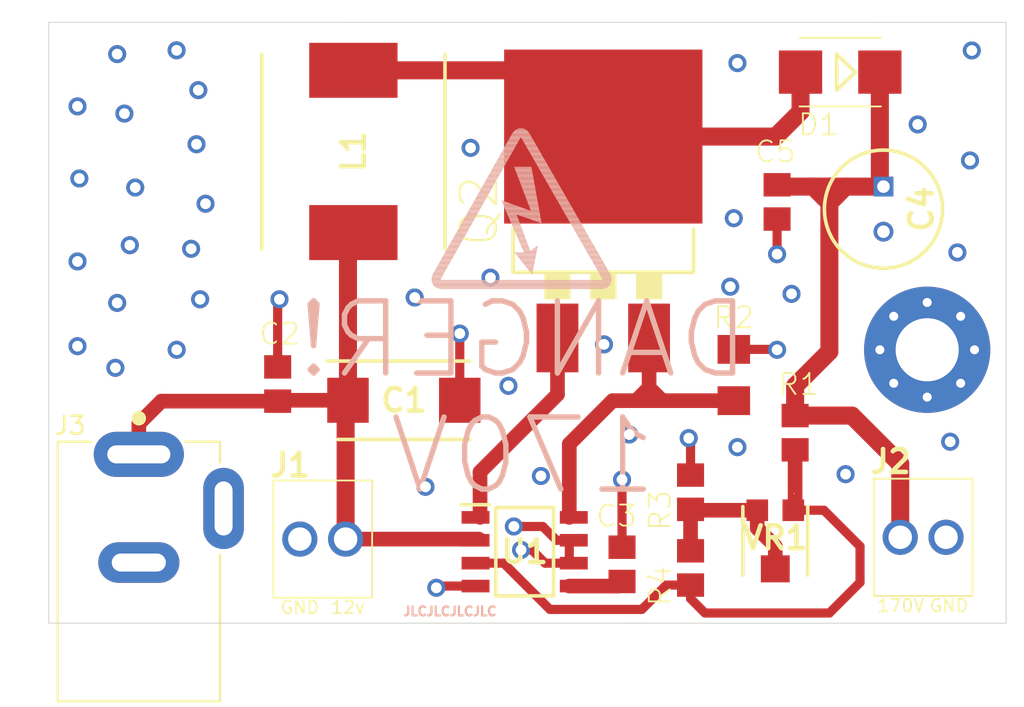
<source format=kicad_pcb>
(kicad_pcb (version 20221018) (generator pcbnew)
  (layers (0 "F.Cu" signal) (1 "In1.Cu" power) (2 "In2.Cu" power) (31 "B.Cu" signal) (34 "B.Paste" user) (35 "F.Paste" user) (36 "B.SilkS" user "B.Silkscreen") (37 "F.SilkS" user "F.Silkscreen") (38 "B.Mask" user) (39 "F.Mask" user) (44 "Edge.Cuts" user))
  (net 0 "")
  (net 1 "GND")
  (net 2 "Net-(U1-REF)")
  (net 3 "/EXT")
  (net 4 "/CS")
  (net 5 "/FB")
  (net 6 "Net-(C1-+)")
  (net 7 "Net-(C4-+)")
  (net 8 "Net-(VR1-CW)")
  (net 9 "Net-(Q2-D)")
  (footprint "EL35901:R1206" (layer "F.Cu") (at 154.5 107.9 -90)
    (fp_text reference "R2" (at -2.5 -1.2 -180) (layer "F.SilkS") (effects (font (size 1.1684 1.1684) (thickness 0.1016)) (justify right bottom)))
    (fp_text value "0R050" hide)
    (pad "1" smd rect (at -1.422 0 270) (size 1.6 1.803) (layers "F.Cu" "F.Paste" "F.Mask") (net 1 "GND"))
    (pad "2" smd rect (at 1.422 0 270) (size 1.6 1.803) (layers "F.Cu" "F.Paste" "F.Mask") (net 4 "/CS"))
  )
  (footprint "EL35901:C0805" (layer "F.Cu") (at 156.9 98.3 -90)
    (fp_text reference "C5" (at -2.1 -1.1 -180) (layer "F.SilkS") (effects (font (size 1.1684 1.1684) (thickness 0.1016)) (justify right bottom)))
    (fp_text value ".1uF, 250V" hide)
    (pad "1" smd rect (at -0.95 0 270) (size 1.3 1.5) (layers "F.Cu" "F.Paste" "F.Mask") (net 7 "Net-(C4-+)"))
    (pad "2" smd rect (at 0.95 0 270) (size 1.3 1.5) (layers "F.Cu" "F.Paste" "F.Mask") (net 1 "GND"))
  )
  (footprint "footprints:OSTVN02A150" (layer "F.Cu") (at 130.43 117)
    (fp_text reference "J1" (at -0.53 -4.1) (layer "F.SilkS") (effects (font (size 1.27 1.27) (thickness 0.254))))
    (fp_text value "OSTVN02A150" hide)
    (pad "1" thru_hole circle (at 0 0) (size 1.95 1.95) (drill 1.3) (layers "*.Cu" "*.Mask") (net 1 "GND"))
    (pad "2" thru_hole circle (at 2.54 0) (size 1.95 1.95) (drill 1.3) (layers "*.Cu" "*.Mask") (net 6 "Net-(C1-+)"))
  )
  (footprint "EL35901:TO-263_D2PAK" (layer "F.Cu") (at 147.26 98.8)
    (fp_text reference "Q2" (at -5.715 0 90) (layer "F.SilkS") (effects (font (size 2 2) (thickness 0.12192)) (justify bottom)))
    (fp_text value "~")
    (pad "1" smd rect (at -2.54 7.045) (size 2.32 3.81) (layers "F.Cu" "F.Paste" "F.Mask") (net 3 "/EXT"))
    (pad "2" smd rect (at 0 -4.125) (size 11 9.65) (layers "F.Cu" "F.Paste" "F.Mask") (net 9 "Net-(Q2-D)"))
    (pad "3" smd rect (at 2.54 7.045) (size 2.32 3.81) (layers "F.Cu" "F.Paste" "F.Mask") (net 4 "/CS"))
  )
  (footprint "MountingHole:MountingHole_3.5mm_Pad_Via" (layer "F.Cu") (at 165.225 106.5)
    (fp_text reference "H1" hide)
    (fp_text value "MountingHole" hide)
    (pad "1" thru_hole circle (at -2.625 0) (size 0.8 0.8) (drill 0.5) (layers "*.Cu" "*.Mask"))
    (pad "1" thru_hole circle (at -1.856155 -1.856155) (size 0.8 0.8) (drill 0.5) (layers "*.Cu" "*.Mask"))
    (pad "1" thru_hole circle (at -1.856155 1.856155) (size 0.8 0.8) (drill 0.5) (layers "*.Cu" "*.Mask"))
    (pad "1" thru_hole circle (at 0 -2.625) (size 0.8 0.8) (drill 0.5) (layers "*.Cu" "*.Mask"))
    (pad "1" thru_hole circle (at 0 0) (size 7 7) (drill 3.5) (layers "*.Cu" "*.Mask"))
    (pad "1" thru_hole circle (at 0 2.625) (size 0.8 0.8) (drill 0.5) (layers "*.Cu" "*.Mask"))
    (pad "1" thru_hole circle (at 1.856155 -1.856155) (size 0.8 0.8) (drill 0.5) (layers "*.Cu" "*.Mask"))
    (pad "1" thru_hole circle (at 1.856155 1.856155) (size 0.8 0.8) (drill 0.5) (layers "*.Cu" "*.Mask"))
    (pad "1" thru_hole circle (at 2.625 0) (size 0.8 0.8) (drill 0.5) (layers "*.Cu" "*.Mask"))
  )
  (footprint "EL35901:C0805" (layer "F.Cu") (at 148.3 118.4 90)
    (fp_text reference "C3" (at 2 0.9 180) (layer "F.SilkS") (effects (font (size 1.1684 1.1684) (thickness 0.1016)) (justify right bottom)))
    (fp_text value "100nF" hide)
    (pad "1" smd rect (at -0.95 0 90) (size 1.3 1.5) (layers "F.Cu" "F.Paste" "F.Mask") (net 2 "Net-(U1-REF)"))
    (pad "2" smd rect (at 0.95 0 90) (size 1.3 1.5) (layers "F.Cu" "F.Paste" "F.Mask") (net 1 "GND"))
  )
  (footprint "footprints:INDPM108102X400N" (layer "F.Cu") (at 133.4 95.5 90)
    (fp_text reference "L1" (at 0 0 90) (layer "F.SilkS") (effects (font (size 1.27 1.27) (thickness 0.254))))
    (fp_text value "100uH" hide)
    (pad "1" smd rect (at -4.5 0 90) (size 3.05 4.9) (layers "F.Cu" "F.Paste" "F.Mask") (net 6 "Net-(C1-+)"))
    (pad "2" smd rect (at 4.5 0 90) (size 3.05 4.9) (layers "F.Cu" "F.Paste" "F.Mask") (net 9 "Net-(Q2-D)"))
  )
  (footprint "EL35901:C0805" (layer "F.Cu") (at 129.2 108.4 90)
    (fp_text reference "C2" (at 2.1 -1.1 180) (layer "F.SilkS") (effects (font (size 1.1684 1.1684) (thickness 0.1016)) (justify left bottom)))
    (fp_text value "100nF" hide)
    (pad "1" smd rect (at -0.95 0 90) (size 1.3 1.5) (layers "F.Cu" "F.Paste" "F.Mask") (net 6 "Net-(C1-+)"))
    (pad "2" smd rect (at 0.95 0 90) (size 1.3 1.5) (layers "F.Cu" "F.Paste" "F.Mask") (net 1 "GND"))
  )
  (footprint "footprints:SOIC127P600X175-8N" (layer "F.Cu") (at 142.9 117.7)
    (fp_text reference "U1" (at 0 0) (layer "F.SilkS") (effects (font (size 1.27 1.27) (thickness 0.254))))
    (fp_text value "MAX1771CSAT" hide)
    (pad "1" smd rect (at -2.725 -1.905 90) (size 0.7 1.55) (layers "F.Cu" "F.Paste" "F.Mask") (net 3 "/EXT"))
    (pad "2" smd rect (at -2.725 -0.635 90) (size 0.7 1.55) (layers "F.Cu" "F.Paste" "F.Mask") (net 6 "Net-(C1-+)"))
    (pad "3" smd rect (at -2.725 0.635 90) (size 0.7 1.55) (layers "F.Cu" "F.Paste" "F.Mask") (net 5 "/FB"))
    (pad "4" smd rect (at -2.725 1.905 90) (size 0.7 1.55) (layers "F.Cu" "F.Paste" "F.Mask") (net 1 "GND"))
    (pad "5" smd rect (at 2.725 1.905 90) (size 0.7 1.55) (layers "F.Cu" "F.Paste" "F.Mask") (net 2 "Net-(U1-REF)"))
    (pad "6" smd rect (at 2.725 0.635 90) (size 0.7 1.55) (layers "F.Cu" "F.Paste" "F.Mask") (net 1 "GND"))
    (pad "7" smd rect (at 2.725 -0.635 90) (size 0.7 1.55) (layers "F.Cu" "F.Paste" "F.Mask") (net 1 "GND"))
    (pad "8" smd rect (at 2.725 -1.905 90) (size 0.7 1.55) (layers "F.Cu" "F.Paste" "F.Mask") (net 4 "/CS"))
  )
  (footprint "footprints:CAPPM7344X310N" (layer "F.Cu") (at 136.2 109.3)
    (fp_text reference "C1" (at 0 0) (layer "F.SilkS") (effects (font (size 1.27 1.27) (thickness 0.254))))
    (fp_text value "100uF, 20V" hide)
    (pad "1" smd rect (at -3.1 0) (size 2.3 2.5) (layers "F.Cu" "F.Paste" "F.Mask") (net 6 "Net-(C1-+)"))
    (pad "2" smd rect (at 3.1 0) (size 2.3 2.5) (layers "F.Cu" "F.Paste" "F.Mask") (net 1 "GND"))
  )
  (footprint "footprints:CAPPRD250W50D655H1250" (layer "F.Cu") (at 162.8 97.45 -90)
    (fp_text reference "C4" (at 1.25 -2.1 -90) (layer "F.SilkS") (effects (font (size 1.27 1.27) (thickness 0.254))))
    (fp_text value "4.7uF, 250V" hide)
    (pad "1" thru_hole rect (at 0 0 270) (size 1.1 1.1) (drill 0.7) (layers "*.Cu" "*.Mask") (net 7 "Net-(C4-+)"))
    (pad "2" thru_hole circle (at 2.5 0 270) (size 1.1 1.1) (drill 0.7) (layers "*.Cu" "*.Mask") (net 1 "GND"))
  )
  (footprint "footprints:OSTVN02A150" (layer "F.Cu") (at 163.73 116.9)
    (fp_text reference "J2" (at -0.53 -4.2) (layer "F.SilkS") (effects (font (size 1.27 1.27) (thickness 0.254))))
    (fp_text value "OSTVN02A150" hide)
    (pad "1" thru_hole circle (at 0 0) (size 1.95 1.95) (drill 1.3) (layers "*.Cu" "*.Mask") (net 7 "Net-(C4-+)"))
    (pad "2" thru_hole circle (at 2.54 0) (size 1.95 1.95) (drill 1.3) (layers "*.Cu" "*.Mask") (net 1 "GND"))
  )
  (footprint "EL35901:R0805" (layer "F.Cu") (at 157.9 111.1 90)
    (fp_text reference "R1" (at 2 -1 180) (layer "F.SilkS") (effects (font (size 1.1684 1.1684) (thickness 0.1016)) (justify left bottom)))
    (fp_text value "1M5" hide)
    (pad "1" smd rect (at -0.95 0 90) (size 1.3 1.5) (layers "F.Cu" "F.Paste" "F.Mask") (net 5 "/FB"))
    (pad "2" smd rect (at 0.95 0 90) (size 1.3 1.5) (layers "F.Cu" "F.Paste" "F.Mask") (net 7 "Net-(C4-+)"))
  )
  (footprint "EL35901:SMB" (layer "F.Cu") (at 160.4 91.1 180)
    (fp_text reference "D1" (at 0 -3.6) (layer "F.SilkS") (effects (font (size 1.1684 1.1684) (thickness 0.1016)) (justify right bottom)))
    (fp_text value "ES2D" hide)
    (pad "A" smd rect (at 2.2 0 180) (size 2.4 2.4) (layers "F.Cu" "F.Paste" "F.Mask") (net 9 "Net-(Q2-D)"))
    (pad "C" smd rect (at -2.2 0 180) (size 2.4 2.4) (layers "F.Cu" "F.Paste" "F.Mask") (net 7 "Net-(C4-+)"))
  )
  (footprint "EL35901:R0805" (layer "F.Cu") (at 152.1 118.6 -90)
    (fp_text reference "R4" (at 2.2 1 90) (layer "F.SilkS") (effects (font (size 1.1684 1.1684) (thickness 0.1016)) (justify left bottom)))
    (fp_text value "1M5" hide)
    (pad "1" smd rect (at -0.95 0 270) (size 1.3 1.5) (layers "F.Cu" "F.Paste" "F.Mask") (net 8 "Net-(VR1-CW)"))
    (pad "2" smd rect (at 0.95 0 270) (size 1.3 1.5) (layers "F.Cu" "F.Paste" "F.Mask") (net 5 "/FB"))
  )
  (footprint "EL35901:R0805" (layer "F.Cu") (at 152.1 114.4 -90)
    (fp_text reference "R3" (at -0.2 1 -90) (layer "F.SilkS") (effects (font (size 1.1684 1.1684) (thickness 0.1016)) (justify right bottom)))
    (fp_text value "10k" hide)
    (pad "1" smd rect (at -0.95 0 270) (size 1.3 1.5) (layers "F.Cu" "F.Paste" "F.Mask") (net 1 "GND"))
    (pad "2" smd rect (at 0.95 0 270) (size 1.3 1.5) (layers "F.Cu" "F.Paste" "F.Mask") (net 8 "Net-(VR1-CW)"))
  )
  (footprint "footprints:CUI_PJ-202A" (layer "F.Cu") (at 121.5 118.8 -90)
    (fp_text reference "J3" (at -8.1 3.8 -180) (layer "F.SilkS") (effects (font (size 1.000213 1.000213))))
    (fp_text value "PJ-202A")
    (pad "1" thru_hole oval (at -6.5 0 270) (size 2.5 5) (drill oval 1 3.5) (layers "*.Cu" "*.Mask") (net 6 "Net-(C1-+)"))
    (pad "2" thru_hole oval (at -0.5 0 270) (size 2.25 4.5) (drill oval 1 3) (layers "*.Cu" "*.Mask") (net 1 "GND"))
    (pad "3" thru_hole oval (at -3.5 -4.7 270) (size 4.5 2.25) (drill oval 3 1) (layers "*.Cu" "*.Mask") (net 1 "GND"))
  )
  (footprint "footprints:TC33X2503E" (layer "F.Cu") (at 156.8 117.1 180)
    (fp_text reference "VR1" (at 0 0.168 180) (layer "F.SilkS") (effects (font (size 1.27 1.27) (thickness 0.254))))
    (fp_text value "TC33X-2-502E" hide)
    (pad "1" smd rect (at -1 1.7 270) (size 1.2 1.2) (layers "F.Cu" "F.Paste" "F.Mask") (net 5 "/FB"))
    (pad "2" smd rect (at 0 -1.55 270) (size 1.5 1.6) (layers "F.Cu" "F.Paste" "F.Mask") (net 8 "Net-(VR1-CW)"))
    (pad "3" smd rect (at 1 1.7 270) (size 1.2 1.2) (layers "F.Cu" "F.Paste" "F.Mask") (net 8 "Net-(VR1-CW)"))
  )
  (footprint "footprints:HVSMALL" (layer "B.Cu") (at 147.81055 103.73115 180)
    (fp_text reference "REF**" hide)
    (fp_text value "")
  )
  (gr_line (start 169.60485 88.3411) (end 116.5 88.3375) (stroke (width 0.05)) (layer "Edge.Cuts"))
  (gr_line (start 116.5 88.3375) (end 116.5 121.6625) (stroke (width 0.05)) (layer "Edge.Cuts"))
  (gr_line (start 169.60485 121.6661) (end 169.60485 88.3411) (stroke (width 0.05)) (layer "Edge.Cuts"))
  (gr_line (start 116.5 121.6625) (end 169.60485 121.6661) (stroke (width 0.05)) (layer "Edge.Cuts"))
  (gr_text "DANGER!\n170V" (at 142.81055 114.73115) (layer "B.SilkS") (effects (font (size 4 4) (thickness 0.3)) (justify bottom mirror)))
  (gr_text "JLCJLCJLCJLC" (at 136.1 121.3) (layer "B.SilkS") (effects (font (size 0.5 0.5) (thickness 0.125) bold) (justify left bottom)))
  (gr_text "12v" (at 132.1 121.2) (layer "F.SilkS") (effects (font (size 0.7 0.7) (thickness 0.1)) (justify left bottom)))
  (gr_text "GND\n" (at 129.3 121.2) (layer "F.SilkS") (effects (font (size 0.7 0.7) (thickness 0.1)) (justify left bottom)))
  (gr_text "170V" (at 162.4 121.1) (layer "F.SilkS") (effects (font (size 0.7 0.7) (thickness 0.1)) (justify left bottom)))
  (gr_text "GND\n" (at 165.3 121.1) (layer "F.SilkS") (effects (font (size 0.7 0.7) (thickness 0.1)) (justify left bottom)))
  (segment (start 138.095 119.605) (end 138 119.7) (width 0.508) (layer "F.Cu") (net 1))
  (segment (start 140.425 119.605) (end 138.095 119.605) (width 0.508) (layer "F.Cu") (net 1))
  (segment (start 142.3 116.3) (end 143.9 116.3) (width 0.508) (layer "F.Cu") (net 1))
  (segment (start 152.1 111.5) (end 152 111.4) (width 0.508) (layer "F.Cu") (net 1))
  (segment (start 142.7 117.6) (end 143.3 117.6) (width 0.508) (layer "F.Cu") (net 1))
  (segment (start 139.3 109.3) (end 139.3 105.6) (width 0.508) (layer "F.Cu") (net 1))
  (segment (start 144.665 117.065) (end 145.375 117.065) (width 0.508) (layer "F.Cu") (net 1))
  (segment (start 129.2 107.45) (end 129.2 103.8) (width 0.508) (layer "F.Cu") (net 1))
  (segment (start 156.878 106.478) (end 154.5 106.478) (width 0.508) (layer "F.Cu") (net 1))
  (segment (start 143.3 117.6) (end 144.035 118.335) (width 0.508) (layer "F.Cu") (net 1))
  (segment (start 143.9 116.3) (end 144.665 117.065) (width 0.508) (layer "F.Cu") (net 1))
  (segment (start 152.1 113.45) (end 152.1 111.5) (width 0.508) (layer "F.Cu") (net 1))
  (segment (start 145.375 118.335) (end 145.375 117.065) (width 0.508) (layer "F.Cu") (net 1))
  (segment (start 156.9 106.5) (end 156.878 106.478) (width 0.508) (layer "F.Cu") (net 1))
  (segment (start 144.035 118.335) (end 145.375 118.335) (width 0.508) (layer "F.Cu") (net 1))
  (segment (start 156.9 99.25) (end 156.9 101.2) (width 0.508) (layer "F.Cu") (net 1))
  (segment (start 148.3 113.7) (end 148.3 117.45) (width 0.508) (layer "F.Cu") (net 1))
  (segment (start 129.2 103.8) (end 129.3 103.7) (width 0.508) (layer "F.Cu") (net 1))
  (via (at 118.1 106.3) (size 1) (drill 0.6) (layers "F.Cu" "B.Cu") (net 1))
  (via (at 142.7 117.6) (size 1) (drill 0.6) (layers "F.Cu" "B.Cu") (net 1))
  (via (at 121.3 97.5) (size 1) (drill 0.6) (layers "F.Cu" "B.Cu") (net 1))
  (via (at 124.4 100.9) (size 1) (drill 0.6) (layers "F.Cu" "B.Cu") (net 1))
  (via (at 160.7 113.4) (size 1) (drill 0.6) (layers "F.Cu" "B.Cu") (net 1))
  (via (at 152 111.4) (size 1) (drill 0.6) (layers "F.Cu" "B.Cu") (net 1))
  (via (at 137.4 114.1) (size 1) (drill 0.6) (layers "F.Cu" "B.Cu") (net 1))
  (via (at 123.596113 89.890947) (size 1) (drill 0.6) (layers "F.Cu" "B.Cu") (net 1))
  (via (at 118.2 97) (size 1) (drill 0.6) (layers "F.Cu" "B.Cu") (net 1))
  (via (at 167.6 96) (size 1) (drill 0.6) (layers "F.Cu" "B.Cu") (net 1))
  (via (at 125.2 98.4) (size 1) (drill 0.6) (layers "F.Cu" "B.Cu") (net 1))
  (via (at 166.5 111.6) (size 1) (drill 0.6) (layers "F.Cu" "B.Cu") (net 1))
  (via (at 124.9 103.7) (size 1) (drill 0.6) (layers "F.Cu" "B.Cu") (net 1))
  (via (at 166.9 101.1) (size 1) (drill 0.6) (layers "F.Cu" "B.Cu") (net 1))
  (via (at 121 100.7) (size 1) (drill 0.6) (layers "F.Cu" "B.Cu") (net 1))
  (via (at 154.7 111.9) (size 1) (drill 0.6) (layers "F.Cu" "B.Cu") (net 1))
  (via (at 142 108.5) (size 1) (drill 0.6) (layers "F.Cu" "B.Cu") (net 1))
  (via (at 164.7 94) (size 1) (drill 0.6) (layers "F.Cu" "B.Cu") (net 1))
  (via (at 124.7 95.1) (size 1) (drill 0.6) (layers "F.Cu" "B.Cu") (net 1))
  (via (at 156.9 106.5) (size 1) (drill 0.6) (layers "F.Cu" "B.Cu") (net 1))
  (via (at 124.8 92.1) (size 1) (drill 0.6) (layers "F.Cu" "B.Cu") (net 1))
  (via (at 139.9 95.3) (size 1) (drill 0.6) (layers "F.Cu" "B.Cu") (net 1))
  (via (at 118.1 93) (size 1) (drill 0.6) (layers "F.Cu" "B.Cu") (net 1))
  (via (at 141 102.5) (size 1) (drill 0.6) (layers "F.Cu" "B.Cu") (net 1))
  (via (at 120.3 90.1) (size 1) (drill 0.6) (layers "F.Cu" "B.Cu") (net 1))
  (via (at 157.7 103.4) (size 1) (drill 0.6) (layers "F.Cu" "B.Cu") (net 1))
  (via (at 154.3 103) (size 1) (drill 0.6) (layers "F.Cu" "B.Cu") (net 1))
  (via (at 143.8 113.5) (size 1) (drill 0.6) (layers "F.Cu" "B.Cu") (net 1))
  (via (at 156.9 101.2) (size 1) (drill 0.6) (layers "F.Cu" "B.Cu") (net 1))
  (via (at 120.2 107.5) (size 1) (drill 0.6) (layers "F.Cu" "B.Cu") (net 1))
  (via (at 154.5 99.2) (size 1) (drill 0.6) (layers "F.Cu" "B.Cu") (net 1))
  (via (at 120.7 93.4) (size 1) (drill 0.6) (layers "F.Cu" "B.Cu") (net 1))
  (via (at 148.7 111.2) (size 1) (drill 0.6) (layers "F.Cu" "B.Cu") (net 1))
  (via (at 139.3 105.6) (size 1) (drill 0.6) (layers "F.Cu" "B.Cu") (net 1))
  (via (at 123.6 106.5) (size 1) (drill 0.6) (layers "F.Cu" "B.Cu") (net 1))
  (via (at 147.3 106.2) (size 1) (drill 0.6) (layers "F.Cu" "B.Cu") (net 1))
  (via (at 148.3 113.7) (size 1) (drill 0.6) (layers "F.Cu" "B.Cu") (net 1))
  (via (at 142.3 116.3) (size 1) (drill 0.6) (layers "F.Cu" "B.Cu") (net 1))
  (via (at 136.8 103.6) (size 1) (drill 0.6) (layers "F.Cu" "B.Cu") (net 1))
  (via (at 154.7 90.6) (size 1) (drill 0.6) (layers "F.Cu" "B.Cu") (net 1))
  (via (at 120.3 103.9) (size 1) (drill 0.6) (layers "F.Cu" "B.Cu") (net 1))
  (via (at 129.3 103.7) (size 1) (drill 0.6) (layers "F.Cu" "B.Cu") (net 1))
  (via (at 138 119.7) (size 1) (drill 0.6) (layers "F.Cu" "B.Cu") (net 1))
  (via (at 167.7 89.9) (size 1) (drill 0.6) (layers "F.Cu" "B.Cu") (net 1))
  (via (at 118.1 101.6) (size 1) (drill 0.6) (layers "F.Cu" "B.Cu") (net 1))
  (segment (start 145.375 119.605) (end 148.045 119.605) (width 0.8128) (layer "F.Cu") (net 2))
  (segment (start 148.045 119.605) (end 148.3 119.35) (width 0.8128) (layer "F.Cu") (net 2))
  (segment (start 144.72 108.98) (end 140.425 113.275) (width 0.8128) (layer "F.Cu") (net 3))
  (segment (start 140.425 113.275) (end 140.425 115.795) (width 0.8128) (layer "F.Cu") (net 3))
  (segment (start 144.72 105.845) (end 144.72 108.98) (width 0.8128) (layer "F.Cu") (net 3))
  (segment (start 147.778 109.322) (end 145.375 111.725) (width 0.8128) (layer "F.Cu") (net 4))
  (segment (start 149.8 108.6) (end 149.8 105.845) (width 0.8128) (layer "F.Cu") (net 4))
  (segment (start 150.7 109.322) (end 150.522 109.322) (width 0.8128) (layer "F.Cu") (net 4))
  (segment (start 149 109.322) (end 149.078 109.322) (width 0.8128) (layer "F.Cu") (net 4))
  (segment (start 145.375 111.725) (end 145.375 115.795) (width 0.8128) (layer "F.Cu") (net 4))
  (segment (start 149.078 109.322) (end 149.8 108.6) (width 0.8128) (layer "F.Cu") (net 4))
  (segment (start 149.8 109.322) (end 149 109.322) (width 0.8128) (layer "F.Cu") (net 4))
  (segment (start 149 109.322) (end 147.778 109.322) (width 0.8128) (layer "F.Cu") (net 4))
  (segment (start 150.7 109.322) (end 149.8 109.322) (width 0.8128) (layer "F.Cu") (net 4))
  (segment (start 149.8 109.322) (end 149.8 108.6) (width 0.8128) (layer "F.Cu") (net 4))
  (segment (start 154.5 109.322) (end 150.7 109.322) (width 0.8128) (layer "F.Cu") (net 4))
  (segment (start 150.522 109.322) (end 149.8 108.6) (width 0.8128) (layer "F.Cu") (net 4))
  (segment (start 157.9 112.05) (end 157.9 115.3) (width 0.8128) (layer "F.Cu") (net 5))
  (segment (start 152.1 120.3) (end 152.1 119.55) (width 0.508) (layer "F.Cu") (net 5))
  (segment (start 152.9 121.1) (end 152.1 120.3) (width 0.508) (layer "F.Cu") (net 5))
  (segment (start 144.3 120.9) (end 149.4 120.9) (width 0.508) (layer "F.Cu") (net 5))
  (segment (start 159.8 121.1) (end 152.9 121.1) (width 0.508) (layer "F.Cu") (net 5))
  (segment (start 159.5 115.4) (end 161.5 117.4) (width 0.508) (layer "F.Cu") (net 5))
  (segment (start 141.735 118.335) (end 144.3 120.9) (width 0.508) (layer "F.Cu") (net 5))
  (segment (start 161.5 119.4) (end 159.8 121.1) (width 0.508) (layer "F.Cu") (net 5))
  (segment (start 150.75 119.55) (end 152.1 119.55) (width 0.508) (layer "F.Cu") (net 5))
  (segment (start 149.4 120.9) (end 150.75 119.55) (width 0.508) (layer "F.Cu") (net 5))
  (segment (start 161.5 117.4) (end 161.5 119.4) (width 0.508) (layer "F.Cu") (net 5))
  (segment (start 157.8 115.4) (end 159.5 115.4) (width 0.508) (layer "F.Cu") (net 5))
  (segment (start 157.9 115.3) (end 157.8 115.4) (width 0.8128) (layer "F.Cu") (net 5))
  (segment (start 140.425 118.335) (end 141.735 118.335) (width 0.508) (layer "F.Cu") (net 5))
  (segment (start 133.1 109.3) (end 133.1 100.3) (width 1) (layer "F.Cu") (net 6))
  (segment (start 132.97 109.43) (end 133.1 109.3) (width 0.8128) (layer "F.Cu") (net 6))
  (segment (start 121.5 110.6) (end 122.75 109.35) (width 0.8128) (layer "F.Cu") (net 6))
  (segment (start 133.1 109.3) (end 129.25 109.3) (width 0.8128) (layer "F.Cu") (net 6))
  (segment (start 133.1 100.3) (end 133.4 100) (width 0.8128) (layer "F.Cu") (net 6))
  (segment (start 132.97 117) (end 140.36 117) (width 0.8128) (layer "F.Cu") (net 6))
  (segment (start 132.97 117) (end 132.97 109.43) (width 1) (layer "F.Cu") (net 6))
  (segment (start 122.75 109.35) (end 129.2 109.35) (width 0.8128) (layer "F.Cu") (net 6))
  (segment (start 129.25 109.3) (end 129.2 109.35) (width 0.8128) (layer "F.Cu") (net 6))
  (segment (start 121.5 112.3) (end 121.5 110.6) (width 0.8128) (layer "F.Cu") (net 6))
  (segment (start 158.9 97.45) (end 158.8 97.45) (width 1) (layer "F.Cu") (net 7))
  (segment (start 160.7 97.45) (end 159.8 97.45) (width 1) (layer "F.Cu") (net 7))
  (segment (start 161.05 110.15) (end 163.73 112.83) (width 1) (layer "F.Cu") (net 7))
  (segment (start 163.73 112.83) (end 163.73 116.9) (width 1) (layer "F.Cu") (net 7))
  (segment (start 157.9 110.15) (end 161.05 110.15) (width 1) (layer "F.Cu") (net 7))
  (segment (start 159.8 98.4) (end 159.8 106.6) (width 1) (layer "F.Cu") (net 7))
  (segment (start 162.8 97.45) (end 160.7 97.45) (width 1) (layer "F.Cu") (net 7))
  (segment (start 159.8 97.45) (end 158.8 97.45) (width 1) (layer "F.Cu") (net 7))
  (segment (start 162.6 91.1) (end 162.6 97.25) (width 1) (layer "F.Cu") (net 7))
  (segment (start 157.9 108.5) (end 157.9 110.15) (width 1) (layer "F.Cu") (net 7))
  (segment (start 159.8 98.4) (end 159.8 98.35) (width 1) (layer "F.Cu") (net 7))
  (segment (start 159.8 106.6) (end 157.9 108.5) (width 1) (layer "F.Cu") (net 7))
  (segment (start 158.8 97.45) (end 157 97.45) (width 1) (layer "F.Cu") (net 7))
  (segment (start 159.8 98.35) (end 158.9 97.45) (width 1) (layer "F.Cu") (net 7))
  (segment (start 159.8 98.35) (end 160.7 97.45) (width 1) (layer "F.Cu") (net 7))
  (segment (start 157 97.45) (end 156.9 97.35) (width 1) (layer "F.Cu") (net 7))
  (segment (start 159.8 97.45) (end 159.8 98.4) (width 1) (layer "F.Cu") (net 7))
  (segment (start 162.6 97.25) (end 162.8 97.45) (width 1) (layer "F.Cu") (net 7))
  (segment (start 155.8 116.4) (end 155.8 115.4) (width 0.8128) (layer "F.Cu") (net 8))
  (segment (start 156.8 117.4) (end 155.8 116.4) (width 0.8128) (layer "F.Cu") (net 8))
  (segment (start 155.8 115.4) (end 152.15 115.4) (width 0.8128) (layer "F.Cu") (net 8))
  (segment (start 156.8 118.65) (end 156.8 117.4) (width 0.8128) (layer "F.Cu") (net 8))
  (segment (start 152.1 115.35) (end 152.1 117.65) (width 0.8128) (layer "F.Cu") (net 8))
  (segment (start 152.15 115.4) (end 152.1 115.35) (width 0.8128) (layer "F.Cu") (net 8))
  (segment (start 147.26 94.675) (end 156.825 94.675) (width 1) (layer "F.Cu") (net 9))
  (segment (start 143.585 91) (end 147.26 94.675) (width 0.8128) (layer "F.Cu") (net 9))
  (segment (start 156.825 94.675) (end 158.2 93.3) (width 1) (layer "F.Cu") (net 9))
  (segment (start 158.2 93.3) (end 158.2 91.1) (width 1) (layer "F.Cu") (net 9))
  (segment (start 133.4 91) (end 143.585 91) (width 1) (layer "F.Cu") (net 9))
)
</source>
